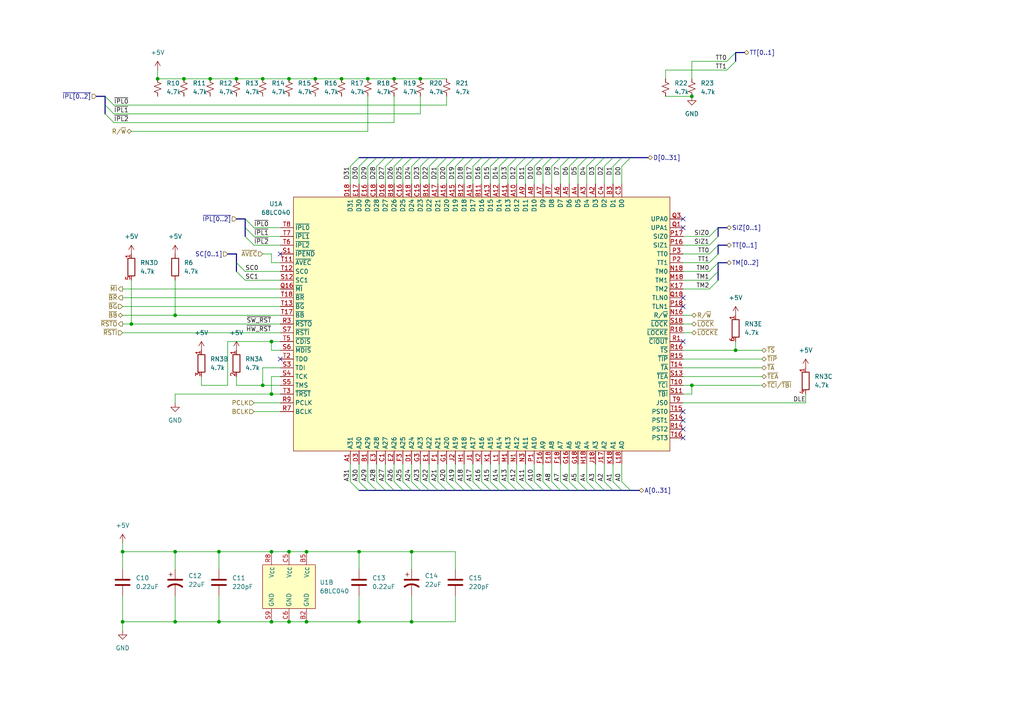
<source format=kicad_sch>
(kicad_sch (version 20230121) (generator eeschema)
  (paper "A4")
  (junction (at 104.14 160.02))
  (junction (at 114.3 22.86))
  (junction (at 50.8 180.34))
  (junction (at 76.2 111.76))
  (junction (at 38.1 93.98))
  (junction (at 45.72 22.86))
  (junction (at 83.82 160.02))
  (junction (at 88.9 180.34))
  (junction (at 200.66 111.76))
  (junction (at 50.8 160.02))
  (junction (at 50.8 91.44))
  (junction (at 63.5 160.02))
  (junction (at 121.92 22.86))
  (junction (at 63.5 180.34))
  (junction (at 83.82 180.34))
  (junction (at 119.38 180.34))
  (junction (at 78.74 180.34))
  (junction (at 88.9 160.02))
  (junction (at 104.14 180.34))
  (junction (at 76.2 22.86))
  (junction (at 35.56 160.02))
  (junction (at 119.38 160.02))
  (junction (at 106.68 22.86))
  (junction (at 83.82 22.86))
  (junction (at 53.34 22.86))
  (junction (at 213.36 101.6))
  (junction (at 78.74 114.3))
  (junction (at 200.66 27.94))
  (junction (at 68.58 22.86))
  (junction (at 60.96 22.86))
  (junction (at 91.44 22.86))
  (junction (at 35.56 180.34))
  (junction (at 99.06 22.86))
  (junction (at 78.74 160.02))
  (junction (at 78.74 99.06))
  (no_connect (at 198.12 88.9))
  (no_connect (at 198.12 121.92))
  (no_connect (at 198.12 99.06))
  (no_connect (at 81.28 104.14))
  (no_connect (at 198.12 119.38))
  (no_connect (at 198.12 127))
  (no_connect (at 198.12 124.46))
  (no_connect (at 198.12 86.36))
  (no_connect (at 198.12 66.04))
  (no_connect (at 81.28 73.66))
  (no_connect (at 198.12 63.5))
  (bus_entry (at 124.46 139.7) (size 2.54 2.54))
  (bus_entry (at 175.26 139.7) (size 2.54 2.54))
  (bus_entry (at 129.54 48.26) (size 2.54 -2.54))
  (bus_entry (at 175.26 48.26) (size 2.54 -2.54))
  (bus_entry (at 147.32 139.7) (size 2.54 2.54))
  (bus_entry (at 157.48 139.7) (size 2.54 2.54))
  (bus_entry (at 109.22 139.7) (size 2.54 2.54))
  (bus_entry (at 144.78 139.7) (size 2.54 2.54))
  (bus_entry (at 165.1 48.26) (size 2.54 -2.54))
  (bus_entry (at 149.86 48.26) (size 2.54 -2.54))
  (bus_entry (at 132.08 139.7) (size 2.54 2.54))
  (bus_entry (at 116.84 48.26) (size 2.54 -2.54))
  (bus_entry (at 213.36 15.24) (size -2.54 2.54))
  (bus_entry (at 172.72 48.26) (size 2.54 -2.54))
  (bus_entry (at 208.28 81.28) (size -2.54 2.54))
  (bus_entry (at 114.3 139.7) (size 2.54 2.54))
  (bus_entry (at 167.64 139.7) (size 2.54 2.54))
  (bus_entry (at 162.56 139.7) (size 2.54 2.54))
  (bus_entry (at 134.62 48.26) (size 2.54 -2.54))
  (bus_entry (at 134.62 139.7) (size 2.54 2.54))
  (bus_entry (at 119.38 139.7) (size 2.54 2.54))
  (bus_entry (at 208.28 71.12) (size -2.54 2.54))
  (bus_entry (at 106.68 48.26) (size 2.54 -2.54))
  (bus_entry (at 154.94 139.7) (size 2.54 2.54))
  (bus_entry (at 124.46 48.26) (size 2.54 -2.54))
  (bus_entry (at 109.22 48.26) (size 2.54 -2.54))
  (bus_entry (at 101.6 48.26) (size 2.54 -2.54))
  (bus_entry (at 142.24 48.26) (size 2.54 -2.54))
  (bus_entry (at 165.1 139.7) (size 2.54 2.54))
  (bus_entry (at 30.48 30.48) (size 2.54 2.54))
  (bus_entry (at 160.02 139.7) (size 2.54 2.54))
  (bus_entry (at 160.02 48.26) (size 2.54 -2.54))
  (bus_entry (at 170.18 139.7) (size 2.54 2.54))
  (bus_entry (at 152.4 139.7) (size 2.54 2.54))
  (bus_entry (at 71.12 66.04) (size 2.54 2.54))
  (bus_entry (at 71.12 63.5) (size 2.54 2.54))
  (bus_entry (at 30.48 27.94) (size 2.54 2.54))
  (bus_entry (at 137.16 48.26) (size 2.54 -2.54))
  (bus_entry (at 144.78 48.26) (size 2.54 -2.54))
  (bus_entry (at 177.8 48.26) (size 2.54 -2.54))
  (bus_entry (at 68.58 78.74) (size 2.54 2.54))
  (bus_entry (at 213.36 17.78) (size -2.54 2.54))
  (bus_entry (at 104.14 48.26) (size 2.54 -2.54))
  (bus_entry (at 132.08 48.26) (size 2.54 -2.54))
  (bus_entry (at 152.4 48.26) (size 2.54 -2.54))
  (bus_entry (at 208.28 68.58) (size -2.54 2.54))
  (bus_entry (at 106.68 139.7) (size 2.54 2.54))
  (bus_entry (at 114.3 48.26) (size 2.54 -2.54))
  (bus_entry (at 116.84 139.7) (size 2.54 2.54))
  (bus_entry (at 30.48 33.02) (size 2.54 2.54))
  (bus_entry (at 208.28 76.2) (size -2.54 2.54))
  (bus_entry (at 162.56 48.26) (size 2.54 -2.54))
  (bus_entry (at 71.12 68.58) (size 2.54 2.54))
  (bus_entry (at 157.48 48.26) (size 2.54 -2.54))
  (bus_entry (at 167.64 48.26) (size 2.54 -2.54))
  (bus_entry (at 137.16 139.7) (size 2.54 2.54))
  (bus_entry (at 101.6 139.7) (size 2.54 2.54))
  (bus_entry (at 127 48.26) (size 2.54 -2.54))
  (bus_entry (at 127 139.7) (size 2.54 2.54))
  (bus_entry (at 119.38 48.26) (size 2.54 -2.54))
  (bus_entry (at 129.54 139.7) (size 2.54 2.54))
  (bus_entry (at 170.18 48.26) (size 2.54 -2.54))
  (bus_entry (at 208.28 66.04) (size -2.54 2.54))
  (bus_entry (at 121.92 48.26) (size 2.54 -2.54))
  (bus_entry (at 147.32 48.26) (size 2.54 -2.54))
  (bus_entry (at 68.58 76.2) (size 2.54 2.54))
  (bus_entry (at 208.28 73.66) (size -2.54 2.54))
  (bus_entry (at 111.76 139.7) (size 2.54 2.54))
  (bus_entry (at 154.94 48.26) (size 2.54 -2.54))
  (bus_entry (at 180.34 139.7) (size 2.54 2.54))
  (bus_entry (at 149.86 139.7) (size 2.54 2.54))
  (bus_entry (at 172.72 139.7) (size 2.54 2.54))
  (bus_entry (at 208.28 78.74) (size -2.54 2.54))
  (bus_entry (at 104.14 139.7) (size 2.54 2.54))
  (bus_entry (at 142.24 139.7) (size 2.54 2.54))
  (bus_entry (at 180.34 48.26) (size 2.54 -2.54))
  (bus_entry (at 177.8 139.7) (size 2.54 2.54))
  (bus_entry (at 121.92 139.7) (size 2.54 2.54))
  (bus_entry (at 111.76 48.26) (size 2.54 -2.54))
  (bus_entry (at 139.7 48.26) (size 2.54 -2.54))
  (bus_entry (at 139.7 139.7) (size 2.54 2.54))
  (bus (pts (xy 149.86 142.24) (xy 152.4 142.24)))
  (wire (pts (xy 121.92 139.7) (xy 121.92 134.62)))
  (wire (pts (xy 104.14 172.72) (xy 104.14 180.34)))
  (wire (pts (xy 137.16 139.7) (xy 137.16 134.62)))
  (wire (pts (xy 50.8 81.28) (xy 50.8 91.44)))
  (wire (pts (xy 154.94 53.34) (xy 154.94 48.26)))
  (bus (pts (xy 30.48 27.94) (xy 27.94 27.94)))
  (wire (pts (xy 162.56 139.7) (xy 162.56 134.62)))
  (wire (pts (xy 109.22 139.7) (xy 109.22 134.62)))
  (bus (pts (xy 175.26 142.24) (xy 177.8 142.24)))
  (wire (pts (xy 81.28 101.6) (xy 78.74 101.6)))
  (wire (pts (xy 99.06 22.86) (xy 106.68 22.86)))
  (bus (pts (xy 127 45.72) (xy 129.54 45.72)))
  (wire (pts (xy 104.14 160.02) (xy 119.38 160.02)))
  (wire (pts (xy 129.54 139.7) (xy 129.54 134.62)))
  (wire (pts (xy 193.04 20.32) (xy 210.82 20.32)))
  (wire (pts (xy 78.74 109.22) (xy 78.74 114.3)))
  (wire (pts (xy 63.5 160.02) (xy 50.8 160.02)))
  (wire (pts (xy 132.08 160.02) (xy 132.08 165.1)))
  (wire (pts (xy 73.66 66.04) (xy 81.28 66.04)))
  (wire (pts (xy 170.18 139.7) (xy 170.18 134.62)))
  (wire (pts (xy 144.78 139.7) (xy 144.78 134.62)))
  (bus (pts (xy 129.54 142.24) (xy 132.08 142.24)))
  (bus (pts (xy 30.48 33.02) (xy 30.48 30.48)))
  (bus (pts (xy 106.68 45.72) (xy 109.22 45.72)))
  (wire (pts (xy 35.56 160.02) (xy 35.56 157.48)))
  (wire (pts (xy 50.8 160.02) (xy 35.56 160.02)))
  (wire (pts (xy 104.14 53.34) (xy 104.14 48.26)))
  (bus (pts (xy 104.14 45.72) (xy 106.68 45.72)))
  (wire (pts (xy 198.12 93.98) (xy 200.66 93.98)))
  (bus (pts (xy 170.18 142.24) (xy 172.72 142.24)))
  (wire (pts (xy 71.12 78.74) (xy 81.28 78.74)))
  (wire (pts (xy 114.3 53.34) (xy 114.3 48.26)))
  (bus (pts (xy 116.84 142.24) (xy 119.38 142.24)))
  (bus (pts (xy 172.72 142.24) (xy 175.26 142.24)))
  (bus (pts (xy 109.22 142.24) (xy 111.76 142.24)))
  (wire (pts (xy 35.56 93.98) (xy 38.1 93.98)))
  (wire (pts (xy 139.7 139.7) (xy 139.7 134.62)))
  (wire (pts (xy 106.68 22.86) (xy 114.3 22.86)))
  (wire (pts (xy 144.78 53.34) (xy 144.78 48.26)))
  (wire (pts (xy 76.2 22.86) (xy 83.82 22.86)))
  (wire (pts (xy 35.56 86.36) (xy 81.28 86.36)))
  (wire (pts (xy 165.1 139.7) (xy 165.1 134.62)))
  (bus (pts (xy 30.48 30.48) (xy 30.48 27.94)))
  (wire (pts (xy 35.56 182.88) (xy 35.56 180.34)))
  (bus (pts (xy 162.56 142.24) (xy 165.1 142.24)))
  (wire (pts (xy 205.74 73.66) (xy 198.12 73.66)))
  (wire (pts (xy 167.64 53.34) (xy 167.64 48.26)))
  (bus (pts (xy 68.58 76.2) (xy 68.58 78.74)))
  (wire (pts (xy 198.12 101.6) (xy 213.36 101.6)))
  (wire (pts (xy 50.8 91.44) (xy 81.28 91.44)))
  (bus (pts (xy 111.76 142.24) (xy 114.3 142.24)))
  (bus (pts (xy 147.32 45.72) (xy 149.86 45.72)))
  (wire (pts (xy 165.1 53.34) (xy 165.1 48.26)))
  (wire (pts (xy 119.38 139.7) (xy 119.38 134.62)))
  (bus (pts (xy 180.34 45.72) (xy 182.88 45.72)))
  (wire (pts (xy 106.68 53.34) (xy 106.68 48.26)))
  (wire (pts (xy 147.32 139.7) (xy 147.32 134.62)))
  (bus (pts (xy 124.46 142.24) (xy 127 142.24)))
  (wire (pts (xy 213.36 99.06) (xy 213.36 101.6)))
  (wire (pts (xy 119.38 160.02) (xy 119.38 165.1)))
  (bus (pts (xy 147.32 142.24) (xy 149.86 142.24)))
  (bus (pts (xy 215.9 15.24) (xy 213.36 15.24)))
  (wire (pts (xy 152.4 139.7) (xy 152.4 134.62)))
  (wire (pts (xy 66.04 111.76) (xy 58.42 111.76)))
  (wire (pts (xy 101.6 134.62) (xy 101.6 139.7)))
  (wire (pts (xy 78.74 160.02) (xy 63.5 160.02)))
  (wire (pts (xy 63.5 160.02) (xy 63.5 165.1)))
  (wire (pts (xy 119.38 180.34) (xy 132.08 180.34)))
  (wire (pts (xy 134.62 53.34) (xy 134.62 48.26)))
  (wire (pts (xy 139.7 53.34) (xy 139.7 48.26)))
  (bus (pts (xy 177.8 142.24) (xy 180.34 142.24)))
  (bus (pts (xy 162.56 45.72) (xy 165.1 45.72)))
  (bus (pts (xy 121.92 142.24) (xy 124.46 142.24)))
  (wire (pts (xy 129.54 53.34) (xy 129.54 48.26)))
  (wire (pts (xy 106.68 139.7) (xy 106.68 134.62)))
  (wire (pts (xy 83.82 180.34) (xy 78.74 180.34)))
  (wire (pts (xy 71.12 81.28) (xy 81.28 81.28)))
  (wire (pts (xy 88.9 160.02) (xy 104.14 160.02)))
  (wire (pts (xy 162.56 53.34) (xy 162.56 48.26)))
  (wire (pts (xy 124.46 53.34) (xy 124.46 48.26)))
  (wire (pts (xy 81.28 109.22) (xy 78.74 109.22)))
  (wire (pts (xy 114.3 139.7) (xy 114.3 134.62)))
  (wire (pts (xy 177.8 53.34) (xy 177.8 48.26)))
  (bus (pts (xy 167.64 45.72) (xy 170.18 45.72)))
  (wire (pts (xy 78.74 99.06) (xy 81.28 99.06)))
  (wire (pts (xy 106.68 38.1) (xy 106.68 27.94)))
  (bus (pts (xy 119.38 45.72) (xy 121.92 45.72)))
  (bus (pts (xy 157.48 142.24) (xy 160.02 142.24)))
  (bus (pts (xy 116.84 45.72) (xy 119.38 45.72)))
  (wire (pts (xy 180.34 53.34) (xy 180.34 48.26)))
  (bus (pts (xy 208.28 66.04) (xy 208.28 68.58)))
  (wire (pts (xy 132.08 139.7) (xy 132.08 134.62)))
  (wire (pts (xy 200.66 17.78) (xy 200.66 22.86)))
  (wire (pts (xy 134.62 139.7) (xy 134.62 134.62)))
  (wire (pts (xy 116.84 53.34) (xy 116.84 48.26)))
  (bus (pts (xy 165.1 45.72) (xy 167.64 45.72)))
  (wire (pts (xy 35.56 83.82) (xy 81.28 83.82)))
  (wire (pts (xy 205.74 76.2) (xy 198.12 76.2)))
  (bus (pts (xy 114.3 142.24) (xy 116.84 142.24)))
  (wire (pts (xy 35.56 180.34) (xy 35.56 172.72)))
  (wire (pts (xy 58.42 109.22) (xy 58.42 111.76)))
  (bus (pts (xy 213.36 15.24) (xy 213.36 17.78)))
  (wire (pts (xy 68.58 111.76) (xy 76.2 111.76)))
  (wire (pts (xy 88.9 180.34) (xy 83.82 180.34)))
  (bus (pts (xy 71.12 68.58) (xy 71.12 66.04)))
  (wire (pts (xy 152.4 53.34) (xy 152.4 48.26)))
  (wire (pts (xy 132.08 53.34) (xy 132.08 48.26)))
  (wire (pts (xy 142.24 139.7) (xy 142.24 134.62)))
  (bus (pts (xy 134.62 142.24) (xy 137.16 142.24)))
  (wire (pts (xy 205.74 83.82) (xy 198.12 83.82)))
  (wire (pts (xy 76.2 106.68) (xy 76.2 111.76)))
  (wire (pts (xy 119.38 172.72) (xy 119.38 180.34)))
  (wire (pts (xy 35.56 96.52) (xy 81.28 96.52)))
  (bus (pts (xy 210.82 76.2) (xy 208.28 76.2)))
  (bus (pts (xy 160.02 142.24) (xy 162.56 142.24)))
  (wire (pts (xy 213.36 101.6) (xy 220.98 101.6)))
  (wire (pts (xy 104.14 180.34) (xy 119.38 180.34)))
  (wire (pts (xy 121.92 53.34) (xy 121.92 48.26)))
  (bus (pts (xy 71.12 63.5) (xy 68.58 63.5)))
  (wire (pts (xy 68.58 22.86) (xy 76.2 22.86)))
  (wire (pts (xy 233.68 116.84) (xy 198.12 116.84)))
  (bus (pts (xy 144.78 45.72) (xy 147.32 45.72)))
  (bus (pts (xy 149.86 45.72) (xy 152.4 45.72)))
  (wire (pts (xy 83.82 22.86) (xy 91.44 22.86)))
  (wire (pts (xy 63.5 172.72) (xy 63.5 180.34)))
  (bus (pts (xy 154.94 45.72) (xy 157.48 45.72)))
  (wire (pts (xy 78.74 114.3) (xy 50.8 114.3)))
  (wire (pts (xy 198.12 109.22) (xy 220.98 109.22)))
  (bus (pts (xy 132.08 142.24) (xy 134.62 142.24)))
  (wire (pts (xy 50.8 114.3) (xy 50.8 116.84)))
  (wire (pts (xy 149.86 139.7) (xy 149.86 134.62)))
  (wire (pts (xy 73.66 119.38) (xy 81.28 119.38)))
  (wire (pts (xy 167.64 139.7) (xy 167.64 134.62)))
  (wire (pts (xy 198.12 91.44) (xy 200.66 91.44)))
  (bus (pts (xy 208.28 71.12) (xy 208.28 73.66)))
  (bus (pts (xy 182.88 45.72) (xy 187.96 45.72)))
  (wire (pts (xy 50.8 160.02) (xy 50.8 165.1)))
  (wire (pts (xy 35.56 180.34) (xy 50.8 180.34)))
  (wire (pts (xy 35.56 88.9) (xy 81.28 88.9)))
  (wire (pts (xy 78.74 160.02) (xy 83.82 160.02)))
  (bus (pts (xy 170.18 45.72) (xy 172.72 45.72)))
  (wire (pts (xy 76.2 111.76) (xy 81.28 111.76)))
  (bus (pts (xy 129.54 45.72) (xy 132.08 45.72)))
  (wire (pts (xy 116.84 139.7) (xy 116.84 134.62)))
  (wire (pts (xy 119.38 53.34) (xy 119.38 48.26)))
  (wire (pts (xy 83.82 160.02) (xy 88.9 160.02)))
  (wire (pts (xy 200.66 27.94) (xy 193.04 27.94)))
  (wire (pts (xy 38.1 93.98) (xy 81.28 93.98)))
  (wire (pts (xy 45.72 20.32) (xy 45.72 22.86)))
  (wire (pts (xy 38.1 81.28) (xy 38.1 93.98)))
  (wire (pts (xy 33.02 35.56) (xy 114.3 35.56)))
  (wire (pts (xy 142.24 53.34) (xy 142.24 48.26)))
  (wire (pts (xy 38.1 38.1) (xy 106.68 38.1)))
  (bus (pts (xy 137.16 142.24) (xy 139.7 142.24)))
  (wire (pts (xy 68.58 109.22) (xy 68.58 111.76)))
  (bus (pts (xy 71.12 66.04) (xy 71.12 63.5)))
  (wire (pts (xy 198.12 106.68) (xy 220.98 106.68)))
  (wire (pts (xy 198.12 104.14) (xy 220.98 104.14)))
  (wire (pts (xy 78.74 99.06) (xy 78.74 101.6)))
  (bus (pts (xy 106.68 142.24) (xy 109.22 142.24)))
  (wire (pts (xy 101.6 53.34) (xy 101.6 48.26)))
  (bus (pts (xy 121.92 45.72) (xy 124.46 45.72)))
  (wire (pts (xy 81.28 114.3) (xy 78.74 114.3)))
  (bus (pts (xy 210.82 71.12) (xy 208.28 71.12)))
  (wire (pts (xy 205.74 68.58) (xy 198.12 68.58)))
  (bus (pts (xy 172.72 45.72) (xy 175.26 45.72)))
  (wire (pts (xy 175.26 53.34) (xy 175.26 48.26)))
  (wire (pts (xy 50.8 172.72) (xy 50.8 180.34)))
  (wire (pts (xy 78.74 73.66) (xy 78.74 76.2)))
  (wire (pts (xy 78.74 99.06) (xy 66.04 99.06)))
  (bus (pts (xy 111.76 45.72) (xy 114.3 45.72)))
  (wire (pts (xy 73.66 71.12) (xy 81.28 71.12)))
  (wire (pts (xy 137.16 53.34) (xy 137.16 48.26)))
  (bus (pts (xy 114.3 45.72) (xy 116.84 45.72)))
  (bus (pts (xy 127 142.24) (xy 129.54 142.24)))
  (bus (pts (xy 142.24 45.72) (xy 144.78 45.72)))
  (bus (pts (xy 160.02 45.72) (xy 162.56 45.72)))
  (bus (pts (xy 152.4 142.24) (xy 154.94 142.24)))
  (wire (pts (xy 104.14 139.7) (xy 104.14 134.62)))
  (wire (pts (xy 73.66 116.84) (xy 81.28 116.84)))
  (wire (pts (xy 88.9 180.34) (xy 104.14 180.34)))
  (bus (pts (xy 66.04 73.66) (xy 68.58 73.66)))
  (wire (pts (xy 114.3 35.56) (xy 114.3 27.94)))
  (bus (pts (xy 177.8 45.72) (xy 180.34 45.72)))
  (bus (pts (xy 144.78 142.24) (xy 147.32 142.24)))
  (bus (pts (xy 180.34 142.24) (xy 182.88 142.24)))
  (wire (pts (xy 160.02 53.34) (xy 160.02 48.26)))
  (wire (pts (xy 33.02 33.02) (xy 121.92 33.02)))
  (wire (pts (xy 147.32 53.34) (xy 147.32 48.26)))
  (wire (pts (xy 78.74 73.66) (xy 76.2 73.66)))
  (bus (pts (xy 137.16 45.72) (xy 139.7 45.72)))
  (bus (pts (xy 154.94 142.24) (xy 157.48 142.24)))
  (wire (pts (xy 160.02 139.7) (xy 160.02 134.62)))
  (wire (pts (xy 175.26 139.7) (xy 175.26 134.62)))
  (bus (pts (xy 167.64 142.24) (xy 170.18 142.24)))
  (wire (pts (xy 114.3 22.86) (xy 121.92 22.86)))
  (bus (pts (xy 132.08 45.72) (xy 134.62 45.72)))
  (bus (pts (xy 142.24 142.24) (xy 144.78 142.24)))
  (bus (pts (xy 119.38 142.24) (xy 121.92 142.24)))
  (wire (pts (xy 200.66 17.78) (xy 210.82 17.78)))
  (wire (pts (xy 35.56 160.02) (xy 35.56 165.1)))
  (wire (pts (xy 91.44 22.86) (xy 99.06 22.86)))
  (wire (pts (xy 205.74 78.74) (xy 198.12 78.74)))
  (wire (pts (xy 172.72 139.7) (xy 172.72 134.62)))
  (wire (pts (xy 121.92 22.86) (xy 129.54 22.86)))
  (wire (pts (xy 63.5 180.34) (xy 78.74 180.34)))
  (wire (pts (xy 81.28 106.68) (xy 76.2 106.68)))
  (wire (pts (xy 157.48 139.7) (xy 157.48 134.62)))
  (wire (pts (xy 180.34 139.7) (xy 180.34 134.62)))
  (wire (pts (xy 205.74 71.12) (xy 198.12 71.12)))
  (wire (pts (xy 119.38 160.02) (xy 132.08 160.02)))
  (bus (pts (xy 157.48 45.72) (xy 160.02 45.72)))
  (wire (pts (xy 53.34 22.86) (xy 60.96 22.86)))
  (wire (pts (xy 193.04 20.32) (xy 193.04 22.86)))
  (bus (pts (xy 109.22 45.72) (xy 111.76 45.72)))
  (wire (pts (xy 45.72 22.86) (xy 53.34 22.86)))
  (bus (pts (xy 208.28 76.2) (xy 208.28 78.74)))
  (wire (pts (xy 35.56 91.44) (xy 50.8 91.44)))
  (wire (pts (xy 104.14 160.02) (xy 104.14 165.1)))
  (wire (pts (xy 157.48 53.34) (xy 157.48 48.26)))
  (wire (pts (xy 111.76 139.7) (xy 111.76 134.62)))
  (bus (pts (xy 139.7 45.72) (xy 142.24 45.72)))
  (wire (pts (xy 233.68 116.84) (xy 233.68 114.3)))
  (wire (pts (xy 66.04 99.06) (xy 66.04 111.76)))
  (wire (pts (xy 170.18 53.34) (xy 170.18 48.26)))
  (wire (pts (xy 154.94 139.7) (xy 154.94 134.62)))
  (wire (pts (xy 60.96 22.86) (xy 68.58 22.86)))
  (wire (pts (xy 132.08 172.72) (xy 132.08 180.34)))
  (wire (pts (xy 205.74 81.28) (xy 198.12 81.28)))
  (wire (pts (xy 129.54 30.48) (xy 129.54 27.94)))
  (wire (pts (xy 200.66 114.3) (xy 200.66 111.76)))
  (bus (pts (xy 208.28 78.74) (xy 208.28 81.28)))
  (bus (pts (xy 175.26 45.72) (xy 177.8 45.72)))
  (wire (pts (xy 78.74 76.2) (xy 81.28 76.2)))
  (wire (pts (xy 198.12 114.3) (xy 200.66 114.3)))
  (wire (pts (xy 172.72 53.34) (xy 172.72 48.26)))
  (wire (pts (xy 121.92 33.02) (xy 121.92 27.94)))
  (wire (pts (xy 200.66 111.76) (xy 220.98 111.76)))
  (wire (pts (xy 198.12 111.76) (xy 200.66 111.76)))
  (wire (pts (xy 109.22 53.34) (xy 109.22 48.26)))
  (wire (pts (xy 111.76 53.34) (xy 111.76 48.26)))
  (bus (pts (xy 134.62 45.72) (xy 137.16 45.72)))
  (wire (pts (xy 50.8 180.34) (xy 63.5 180.34)))
  (bus (pts (xy 152.4 45.72) (xy 154.94 45.72)))
  (wire (pts (xy 198.12 96.52) (xy 200.66 96.52)))
  (wire (pts (xy 149.86 53.34) (xy 149.86 48.26)))
  (wire (pts (xy 127 53.34) (xy 127 48.26)))
  (bus (pts (xy 185.42 142.24) (xy 182.88 142.24)))
  (bus (pts (xy 165.1 142.24) (xy 167.64 142.24)))
  (wire (pts (xy 124.46 139.7) (xy 124.46 134.62)))
  (bus (pts (xy 104.14 142.24) (xy 106.68 142.24)))
  (bus (pts (xy 124.46 45.72) (xy 127 45.72)))
  (wire (pts (xy 177.8 139.7) (xy 177.8 134.62)))
  (bus (pts (xy 68.58 73.66) (xy 68.58 76.2)))
  (bus (pts (xy 210.82 66.04) (xy 208.28 66.04)))
  (bus (pts (xy 139.7 142.24) (xy 142.24 142.24)))
  (wire (pts (xy 73.66 68.58) (xy 81.28 68.58)))
  (wire (pts (xy 127 139.7) (xy 127 134.62)))
  (wire (pts (xy 33.02 30.48) (xy 129.54 30.48)))
  (label "A28" (at 109.22 139.7 90))
  (label "D2" (at 175.26 48.26 270))
  (label "A19" (at 132.08 139.7 90))
  (label "~{IPL2}" (at 33.02 35.56 0))
  (label "A1" (at 177.8 139.7 90))
  (label "A0" (at 180.34 139.7 90))
  (label "D9" (at 157.48 48.26 270))
  (label "A26" (at 114.3 139.7 90))
  (label "D12" (at 149.86 48.26 270))
  (label "D3" (at 172.72 48.26 270))
  (label "D18" (at 134.62 48.26 270))
  (label "D22" (at 124.46 48.26 270))
  (label "D17" (at 137.16 48.26 270))
  (label "A20" (at 129.54 139.7 90))
  (label "D31" (at 101.6 48.26 270))
  (label "SC1" (at 71.12 81.28 0))
  (label "SIZ0" (at 205.74 68.58 180))
  (label "A8" (at 160.02 139.7 90))
  (label "D25" (at 116.84 48.26 270))
  (label "A23" (at 121.92 139.7 90))
  (label "A30" (at 104.14 139.7 90))
  (label "~{IPL0}" (at 73.66 66.04 0))
  (label "D15" (at 142.24 48.26 270))
  (label "D0" (at 180.34 48.26 270))
  (label "A15" (at 142.24 139.7 90))
  (label "DLE" (at 233.68 116.84 180))
  (label "D28" (at 109.22 48.26 270))
  (label "D26" (at 114.3 48.26 270))
  (label "A11" (at 152.4 139.7 90))
  (label "~{IPL0}" (at 33.02 30.48 0))
  (label "A22" (at 124.46 139.7 90))
  (label "D19" (at 132.08 48.26 270))
  (label "TT0" (at 205.74 73.66 180))
  (label "A17" (at 137.16 139.7 90))
  (label "TT1" (at 210.82 20.32 180))
  (label "D23" (at 121.92 48.26 270))
  (label "A21" (at 127 139.7 90))
  (label "A24" (at 119.38 139.7 90))
  (label "A18" (at 134.62 139.7 90))
  (label "D11" (at 152.4 48.26 270))
  (label "A10" (at 154.94 139.7 90))
  (label "A2" (at 175.26 139.7 90))
  (label "D20" (at 129.54 48.26 270))
  (label "D6" (at 165.1 48.26 270))
  (label "D4" (at 170.18 48.26 270))
  (label "A27" (at 111.76 139.7 90))
  (label "A16" (at 139.7 139.7 90))
  (label "D1" (at 177.8 48.26 270))
  (label "A25" (at 116.84 139.7 90))
  (label "A7" (at 162.56 139.7 90))
  (label "D5" (at 167.64 48.26 270))
  (label "SC0" (at 71.12 78.74 0))
  (label "~{SW_RST}" (at 78.74 93.98 180))
  (label "A5" (at 167.64 139.7 90))
  (label "A6" (at 165.1 139.7 90))
  (label "~{IPL2}" (at 73.66 71.12 0))
  (label "D10" (at 154.94 48.26 270))
  (label "~{IPL1}" (at 73.66 68.58 0))
  (label "A29" (at 106.68 139.7 90))
  (label "A9" (at 157.48 139.7 90))
  (label "A14" (at 144.78 139.7 90))
  (label "D7" (at 162.56 48.26 270))
  (label "TT1" (at 205.74 76.2 180))
  (label "D29" (at 106.68 48.26 270))
  (label "D21" (at 127 48.26 270))
  (label "SIZ1" (at 205.74 71.12 180))
  (label "D27" (at 111.76 48.26 270))
  (label "A13" (at 147.32 139.7 90))
  (label "D16" (at 139.7 48.26 270))
  (label "TT0" (at 210.82 17.78 180))
  (label "A12" (at 149.86 139.7 90))
  (label "A31" (at 101.6 139.7 90))
  (label "TM1" (at 205.74 81.28 180))
  (label "D30" (at 104.14 48.26 270))
  (label "A4" (at 170.18 139.7 90))
  (label "~{IPL1}" (at 33.02 33.02 0))
  (label "TM0" (at 205.74 78.74 180))
  (label "D13" (at 147.32 48.26 270))
  (label "~{HW_RST}" (at 78.74 96.52 180))
  (label "D14" (at 144.78 48.26 270))
  (label "D8" (at 160.02 48.26 270))
  (label "D24" (at 119.38 48.26 270))
  (label "A3" (at 172.72 139.7 90))
  (label "TM2" (at 205.74 83.82 180))
  (hierarchical_label "~{LOCKE}" (shape bidirectional) (at 200.66 96.52 0))
  (hierarchical_label "R{slash}~{W}" (shape bidirectional) (at 200.66 91.44 0))
  (hierarchical_label "~{BB}" (shape bidirectional) (at 35.56 91.44 180))
  (hierarchical_label "~{TS}" (shape bidirectional) (at 220.98 101.6 0))
  (hierarchical_label "R{slash}~{W}" (shape bidirectional) (at 38.1 38.1 180))
  (hierarchical_label "~{AVEC}" (shape input) (at 76.2 73.66 180))
  (hierarchical_label "~{TEA}" (shape bidirectional) (at 220.98 109.22 0))
  (hierarchical_label "A[0..31]" (shape bidirectional) (at 185.42 142.24 0))
  (hierarchical_label "SC[0..1]" (shape input) (at 66.04 73.66 180))
  (hierarchical_label "~{TCI}{slash}~{TBI}" (shape bidirectional) (at 220.98 111.76 0))
  (hierarchical_label "SIZ[0..1]" (shape bidirectional) (at 210.82 66.04 0))
  (hierarchical_label "~{LOCK}" (shape bidirectional) (at 200.66 93.98 0))
  (hierarchical_label "PCLK" (shape input) (at 73.66 116.84 180))
  (hierarchical_label "D[0..31]" (shape bidirectional) (at 187.96 45.72 0))
  (hierarchical_label "~{IPL[0..2]}" (shape input) (at 27.94 27.94 180))
  (hierarchical_label "TT[0..1]" (shape bidirectional) (at 215.9 15.24 0))
  (hierarchical_label "BCLK" (shape input) (at 73.66 119.38 180))
  (hierarchical_label "~{IPL[0..2]}" (shape input) (at 68.58 63.5 180))
  (hierarchical_label "TT[0..1]" (shape bidirectional) (at 210.82 71.12 0))
  (hierarchical_label "~{TIP}" (shape bidirectional) (at 220.98 104.14 0))
  (hierarchical_label "~{RSTI}" (shape input) (at 35.56 96.52 180))
  (hierarchical_label "~{MI}" (shape output) (at 35.56 83.82 180))
  (hierarchical_label "TM[0..2]" (shape bidirectional) (at 210.82 76.2 0))
  (hierarchical_label "~{BR}" (shape output) (at 35.56 86.36 180))
  (hierarchical_label "~{TA}" (shape bidirectional) (at 220.98 106.68 0))
  (hierarchical_label "~{RSTO}" (shape output) (at 35.56 93.98 180))
  (hierarchical_label "~{BG}" (shape input) (at 35.56 88.9 180))
  (symbol (lib_id "Device:R_Network05_Split") (at 38.1 77.47 0) (unit 4)
    (property "Reference" "RN3" (at 40.64 76.2 0) (effects (justify left)))
    (property "Value" "4.7k" (at 40.64 78.74 0) (effects (justify left)))
    (property "Footprint" "Resistor_THT:R_Array_SIP6" (effects hide))
    (property "Datasheet" "http://www.vishay.com/docs/31509/csc.pdf" (effects hide))
  )
  (symbol (lib_id "power:+5V") (at 58.42 101.6 0) (unit 1)
    (property "Reference" "#PWR0134" (effects hide))
    (property "Value" "+5V" (at 58.42 96.52 0))
  )
  (symbol (lib_id "Device:C") (at 132.08 168.91 0) (unit 1)
    (property "Reference" "C15" (at 135.89 167.64 0) (effects (justify left)))
    (property "Value" "220pF" (at 135.89 170.18 0) (effects (justify left)))
  )
  (symbol (lib_id "Device:C_Polarized_US") (at 119.38 168.91 0) (unit 1)
    (property "Reference" "C14" (at 123.19 167.005 0) (effects (justify left)))
    (property "Value" "22uF" (at 123.19 169.545 0) (effects (justify left)))
  )
  (symbol (lib_id "Device:R_Small_US") (at 106.68 25.4 0) (unit 1)
    (property "Reference" "R18" (at 109.22 24.13 0) (effects (justify left)))
    (property "Value" "4.7k" (at 109.22 26.67 0) (effects (justify left)))
  )
  (symbol (lib_id "power:+5V") (at 35.56 157.48 0) (unit 1)
    (property "Reference" "#PWR0139" (effects hide))
    (property "Value" "+5V" (at 35.56 152.4 0))
  )
  (symbol (lib_id "power:+5V") (at 233.68 106.68 0) (unit 1)
    (property "Reference" "#PWR0131" (effects hide))
    (property "Value" "+5V" (at 233.68 101.6 0))
  )
  (symbol (lib_id "Device:R_Small_US") (at 76.2 25.4 0) (unit 1)
    (property "Reference" "R14" (at 78.74 24.13 0) (effects (justify left)))
    (property "Value" "4.7k" (at 78.74 26.67 0) (effects (justify left)))
  )
  (symbol (lib_id "Device:C") (at 104.14 168.91 0) (unit 1)
    (property "Reference" "C13" (at 107.95 167.64 0) (effects (justify left)))
    (property "Value" "0.22uF" (at 107.95 170.18 0) (effects (justify left)))
  )
  (symbol (lib_id "power:+5V") (at 38.1 73.66 0) (unit 1)
    (property "Reference" "#PWR0135" (effects hide))
    (property "Value" "+5V" (at 38.1 68.58 0))
  )
  (symbol (lib_id "Device:R_Small_US") (at 45.72 25.4 0) (unit 1)
    (property "Reference" "R10" (at 48.26 24.13 0) (effects (justify left)))
    (property "Value" "4.7k" (at 48.26 26.67 0) (effects (justify left)))
  )
  (symbol (lib_id "Device:R_Small_US") (at 53.34 25.4 0) (unit 1)
    (property "Reference" "R11" (at 55.88 24.13 0) (effects (justify left)))
    (property "Value" "4.7k" (at 55.88 26.67 0) (effects (justify left)))
  )
  (symbol (lib_id "Device:R_Small_US") (at 83.82 25.4 0) (unit 1)
    (property "Reference" "R15" (at 86.36 24.13 0) (effects (justify left)))
    (property "Value" "4.7k" (at 86.36 26.67 0) (effects (justify left)))
  )
  (symbol (lib_id "Device:R_Small_US") (at 60.96 25.4 0) (unit 1)
    (property "Reference" "R12" (at 63.5 24.13 0) (effects (justify left)))
    (property "Value" "4.7k" (at 63.5 26.67 0) (effects (justify left)))
  )
  (symbol (lib_id "Device:R_Small_US") (at 200.66 25.4 0) (unit 1)
    (property "Reference" "R23" (at 203.2 24.13 0) (effects (justify left)))
    (property "Value" "4.7k" (at 203.2 26.67 0) (effects (justify left)))
  )
  (symbol (lib_id "Device:R_Network05_Split") (at 58.42 105.41 0) (unit 2)
    (property "Reference" "RN3" (at 60.96 104.14 0) (effects (justify left)))
    (property "Value" "4.7k" (at 60.96 106.68 0) (effects (justify left)))
    (property "Footprint" "Resistor_THT:R_Array_SIP6" (effects hide))
    (property "Datasheet" "http://www.vishay.com/docs/31509/csc.pdf" (effects hide))
  )
  (symbol (lib_id "power:+5V") (at 213.36 91.44 0) (unit 1)
    (property "Reference" "#PWR0132" (effects hide))
    (property "Value" "+5V" (at 213.36 86.36 0))
  )
  (symbol (lib_id "Device:R_Small_US") (at 114.3 25.4 0) (unit 1)
    (property "Reference" "R19" (at 116.84 24.13 0) (effects (justify left)))
    (property "Value" "4.7k" (at 116.84 26.67 0) (effects (justify left)))
  )
  (symbol (lib_id "power:+5V") (at 45.72 20.32 0) (unit 1)
    (property "Reference" "#PWR069" (effects hide))
    (property "Value" "+5V" (at 45.72 15.24 0))
  )
  (symbol (lib_id "Device:R_Small_US") (at 121.92 25.4 0) (unit 1)
    (property "Reference" "R20" (at 124.46 24.13 0) (effects (justify left)))
    (property "Value" "4.7k" (at 124.46 26.67 0) (effects (justify left)))
  )
  (symbol (lib_id "68040:68LC040") (at 139.7 93.98 0) (unit 1)
    (property "Reference" "U1" (at 80.01 59.1119 0))
    (property "Value" "68LC040" (at 80.01 61.6519 0))
    (property "Footprint" "68040:PGA179" (effects hide))
  )
  (symbol (lib_id "Device:R_Small_US") (at 193.04 25.4 0) (unit 1)
    (property "Reference" "R22" (at 195.58 24.13 0) (effects (justify left)))
    (property "Value" "4.7k" (at 195.58 26.67 0) (effects (justify left)))
  )
  (symbol (lib_id "power:+5V") (at 50.8 73.66 0) (unit 1)
    (property "Reference" "#PWR0138" (effects hide))
    (property "Value" "+5V" (at 50.8 68.58 0))
  )
  (symbol (lib_id "Device:R_Network05_Split") (at 233.68 110.49 0) (unit 3)
    (property "Reference" "RN3" (at 236.22 109.22 0) (effects (justify left)))
    (property "Value" "4.7k" (at 236.22 111.76 0) (effects (justify left)))
    (property "Footprint" "Resistor_THT:R_Array_SIP6" (effects hide))
    (property "Datasheet" "http://www.vishay.com/docs/31509/csc.pdf" (effects hide))
  )
  (symbol (lib_id "power:+5V") (at 68.58 101.6 0) (unit 1)
    (property "Reference" "#PWR0133" (effects hide))
    (property "Value" "+5V" (at 68.58 96.52 0))
  )
  (symbol (lib_id "Device:R_Small_US") (at 91.44 25.4 0) (unit 1)
    (property "Reference" "R16" (at 93.98 24.13 0) (effects (justify left)))
    (property "Value" "4.7k" (at 93.98 26.67 0) (effects (justify left)))
  )
  (symbol (lib_id "Device:R_Small_US") (at 68.58 25.4 0) (unit 1)
    (property "Reference" "R13" (at 71.12 24.13 0) (effects (justify left)))
    (property "Value" "4.7k" (at 71.12 26.67 0) (effects (justify left)))
  )
  (symbol (lib_id "power:GND") (at 50.8 116.84 0) (unit 1)
    (property "Reference" "#PWR0137" (effects hide))
    (property "Value" "GND" (at 50.8 121.92 0))
  )
  (symbol (lib_id "Device:R_Network05_Split") (at 213.36 95.25 0) (unit 5)
    (property "Reference" "RN3" (at 215.9 93.98 0) (effects (justify left)))
    (property "Value" "4.7k" (at 215.9 96.52 0) (effects (justify left)))
    (property "Footprint" "Resistor_THT:R_Array_SIP6" (effects hide))
    (property "Datasheet" "http://www.vishay.com/docs/31509/csc.pdf" (effects hide))
  )
  (symbol (lib_name "68LC040_1") (lib_id "68040:68LC040") (at 83.82 170.18 0) (unit 2)
    (property "Reference" "U1" (at 92.71 168.91 0) (effects (justify left)))
    (property "Value" "68LC040" (at 92.71 171.45 0) (effects (justify left)))
    (property "Footprint" "68040:PGA179" (effects hide))
  )
  (symbol (lib_id "Device:C") (at 35.56 168.91 0) (unit 1)
    (property "Reference" "C10" (at 39.37 167.64 0) (effects (justify left)))
    (property "Value" "0.22uF" (at 39.37 170.18 0) (effects (justify left)))
  )
  (symbol (lib_id "power:GND") (at 200.66 27.94 0) (unit 1)
    (property "Reference" "#PWR0136" (effects hide))
    (property "Value" "GND" (at 200.66 33.02 0))
  )
  (symbol (lib_id "Device:R_Network05_Split") (at 68.58 105.41 0) (unit 1)
    (property "Reference" "RN3" (at 71.12 104.14 0) (effects (justify left)))
    (property "Value" "4.7k" (at 71.12 106.68 0) (effects (justify left)))
    (property "Footprint" "Resistor_THT:R_Array_SIP6" (effects hide))
    (property "Datasheet" "http://www.vishay.com/docs/31509/csc.pdf" (effects hide))
  )
  (symbol (lib_id "Device:C") (at 63.5 168.91 0) (unit 1)
    (property "Reference" "C11" (at 67.31 167.64 0) (effects (justify left)))
    (property "Value" "220pF" (at 67.31 170.18 0) (effects (justify left)))
  )
  (symbol (lib_id "power:GND") (at 35.56 182.88 0) (unit 1)
    (property "Reference" "#PWR0140" (effects hide))
    (property "Value" "GND" (at 35.56 187.96 0))
  )
  (symbol (lib_id "Device:C_Polarized_US") (at 50.8 168.91 0) (unit 1)
    (property "Reference" "C12" (at 54.61 167.005 0) (effects (justify left)))
    (property "Value" "22uF" (at 54.61 169.545 0) (effects (justify left)))
  )
  (symbol (lib_id "Device:R_Small_US") (at 129.54 25.4 0) (unit 1)
    (property "Reference" "R21" (at 132.08 24.13 0) (effects (justify left)))
    (property "Value" "4.7k" (at 132.08 26.67 0) (effects (justify left)))
  )
  (symbol (lib_id "Device:R") (at 50.8 77.47 0) (unit 1)
    (property "Reference" "R6" (at 53.34 76.2 0) (effects (justify left)))
    (property "Value" "4.7k" (at 53.34 78.74 0) (effects (justify left)))
  )
  (symbol (lib_id "Device:R_Small_US") (at 99.06 25.4 0) (unit 1)
    (property "Reference" "R17" (at 101.6 24.13 0) (effects (justify left)))
    (property "Value" "4.7k" (at 101.6 26.67 0) (effects (justify left)))
  )
)
</source>
